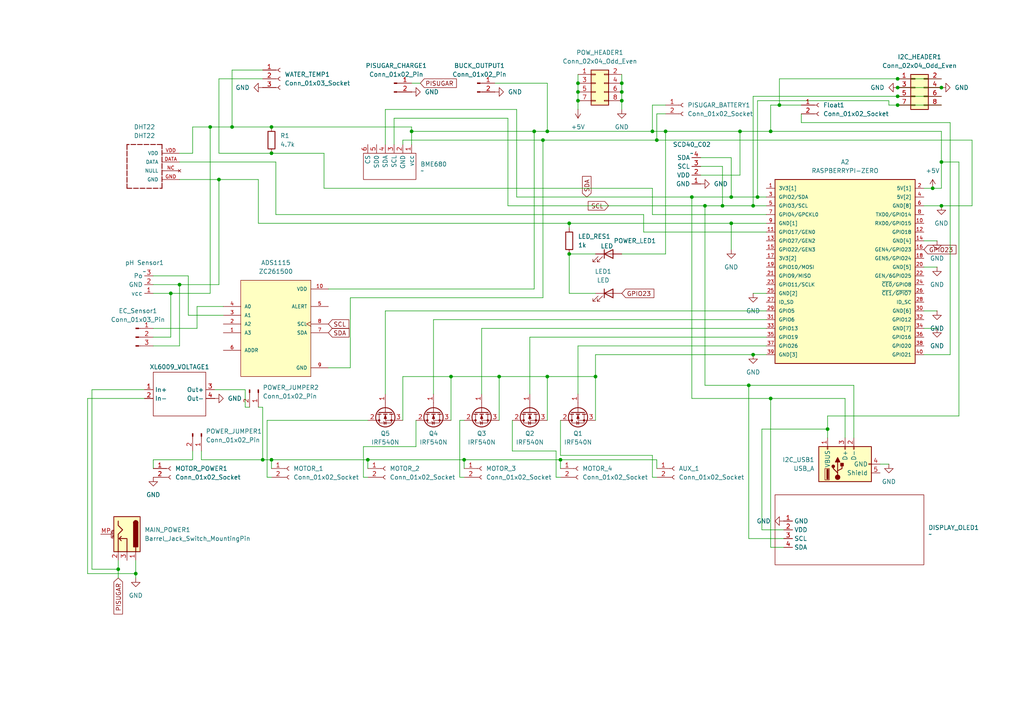
<source format=kicad_sch>
(kicad_sch (version 20250114) (generator "eeschema") (generator_version "9.0")
  (paper "A4")
  (title_block (title "Hydroponics Board") (date "2025-02-09") (rev "v01") (company "Smith's Hill High School") (comment 4 "Author: Aidan Pawson"))
  (lib_symbols
    (symbol "Connector:Barrel_Jack_Switch_MountingPin" (pin_names (hide yes))
      (property "Reference" "J" (at 0 5.334 0))
      (property "Value" "Barrel_Jack_Switch_MountingPin" (at 1.27 -6.35 0))
      (symbol "Barrel_Jack_Switch_MountingPin_1_1"
        (text "Mounting" (at 0 -4.191 0) (effects (font (size 0.381 0.381))))
        (pin passive line (at 0 -7.62 90) (length 3.048) (name "MountPin") (number "MP"))
        (pin passive line (at 7.62 2.54 180) (length 2.54) (name "~") (number "1"))
        (pin passive line (at 7.62 0 180) (length 2.54) (name "~") (number "3"))
        (pin passive line (at 7.62 -2.54 180) (length 2.54) (name "~") (number "2"))
      )
    )
    (symbol "Connector:Conn_01x02_Pin" (pin_names (offset 1.016) (hide yes))
      (property "Reference" "J" (at 0 2.54 0))
      (property "Value" "Conn_01x02_Pin" (at 0 -5.08 0))
      (symbol "Conn_01x02_Pin_1_1"
        (pin passive line (at 5.08 0 180) (length 3.81) (name "Pin_1") (number "1"))
        (pin passive line (at 5.08 -2.54 180) (length 3.81) (name "Pin_2") (number "2"))
      )
    )
    (symbol "Connector:Conn_01x02_Socket" (pin_names (offset 1.016) (hide yes))
      (property "Reference" "J" (at 0 2.54 0))
      (property "Value" "Conn_01x02_Socket" (at 0 -5.08 0))
      (symbol "Conn_01x02_Socket_1_1"
        (pin passive line (at -5.08 0 0) (length 3.81) (name "Pin_1") (number "1"))
        (pin passive line (at -5.08 -2.54 0) (length 3.81) (name "Pin_2") (number "2"))
      )
    )
    (symbol "Connector:Conn_01x03_Pin" (pin_names (offset 1.016) (hide yes))
      (property "Reference" "J" (at 0 5.08 0))
      (property "Value" "Conn_01x03_Pin" (at 0 -5.08 0))
      (symbol "Conn_01x03_Pin_1_1"
        (pin passive line (at 5.08 2.54 180) (length 3.81) (name "Pin_1") (number "1"))
        (pin passive line (at 5.08 0 180) (length 3.81) (name "Pin_2") (number "2"))
        (pin passive line (at 5.08 -2.54 180) (length 3.81) (name "Pin_3") (number "3"))
      )
    )
    (symbol "Connector:Conn_01x03_Socket" (pin_names (offset 1.016) (hide yes))
      (property "Reference" "J" (at 0 5.08 0))
      (property "Value" "Conn_01x03_Socket" (at 0 -5.08 0))
      (symbol "Conn_01x03_Socket_1_1"
        (pin passive line (at -5.08 2.54 0) (length 3.81) (name "Pin_1") (number "1"))
        (pin passive line (at -5.08 0 0) (length 3.81) (name "Pin_2") (number "2"))
        (pin passive line (at -5.08 -2.54 0) (length 3.81) (name "Pin_3") (number "3"))
      )
    )
    (symbol "Connector:USB_A" (pin_names (offset 1.016))
      (property "Reference" "J" (at -5.08 11.43 0))
      (property "Value" "USB_A" (at -5.08 8.89 0))
      (symbol "USB_A_1_1"
        (pin passive line (at -2.54 -10.16 90) (length 2.54) (name "Shield") (number "5"))
        (pin power_in line (at 0 -10.16 90) (length 2.54) (name "GND") (number "4"))
        (pin power_in line (at 7.62 5.08 180) (length 2.54) (name "VBUS") (number "1"))
        (pin bidirectional line (at 7.62 0 180) (length 2.54) (name "D+") (number "3"))
        (pin bidirectional line (at 7.62 -2.54 180) (length 2.54) (name "D-") (number "2"))
      )
    )
    (symbol "Connector_Generic:Conn_02x04_Odd_Even" (pin_names (offset 1.016) (hide yes))
      (property "Reference" "J" (at 1.27 5.08 0))
      (property "Value" "Conn_02x04_Odd_Even" (at 1.27 -7.62 0))
      (symbol "Conn_02x04_Odd_Even_1_1"
        (pin passive line (at -5.08 2.54 0) (length 3.81) (name "Pin_1") (number "1"))
        (pin passive line (at -5.08 0 0) (length 3.81) (name "Pin_3") (number "3"))
        (pin passive line (at -5.08 -2.54 0) (length 3.81) (name "Pin_5") (number "5"))
        (pin passive line (at -5.08 -5.08 0) (length 3.81) (name "Pin_7") (number "7"))
        (pin passive line (at 7.62 2.54 180) (length 3.81) (name "Pin_2") (number "2"))
        (pin passive line (at 7.62 0 180) (length 3.81) (name "Pin_4") (number "4"))
        (pin passive line (at 7.62 -2.54 180) (length 3.81) (name "Pin_6") (number "6"))
        (pin passive line (at 7.62 -5.08 180) (length 3.81) (name "Pin_8") (number "8"))
      )
    )
    (symbol "DHT22:DHT22" (pin_names (offset 1.016))
      (property "Reference" "U" (at 0 0 0))
      (property "Value" "DHT22" (at 0 0 0))
      (symbol "DHT22_0_0"
        (pin power_in line (at 15.24 10.16 180) (length 5.08) (name "VDD") (number "VDD"))
        (pin output line (at 15.24 7.62 180) (length 5.08) (name "DATA") (number "DATA"))
        (pin no_connect line (at 15.24 5.08 180) (length 5.08) (name "NULL") (number "NC"))
        (pin power_in line (at 15.24 2.54 180) (length 5.08) (name "GND") (number "GND"))
      )
    )
    (symbol "Device:LED" (pin_numbers (hide yes)) (pin_names (offset 1.016) (hide yes))
      (property "Reference" "D" (at 0 2.54 0))
      (property "Value" "LED" (at 0 -2.54 0))
      (symbol "LED_1_1"
        (pin passive line (at -3.81 0 0) (length 2.54) (name "K") (number "1"))
        (pin passive line (at 3.81 0 180) (length 2.54) (name "A") (number "2"))
      )
    )
    (symbol "Device:R" (pin_numbers (hide yes)) (pin_names (offset 0))
      (property "Reference" "R" (at 2.032 0 90))
      (property "Value" "R" (at 0 0 90))
      (symbol "R_1_1"
        (pin passive line (at 0 3.81 270) (length 1.27) (name "~") (number "1"))
        (pin passive line (at 0 -3.81 90) (length 1.27) (name "~") (number "2"))
      )
    )
    (symbol "New_Library:SCD40"
      (property "Reference" "U" (at 0 0 0))
      (symbol "SCD40_1_1"
        (pin input line (at 0 -3.81 0) (length 2.54) (name "GND") (number "1"))
        (pin input line (at 0 -6.35 0) (length 2.54) (name "VDD") (number "2"))
        (pin input line (at 0 -8.89 0) (length 2.54) (name "SCL") (number "3"))
        (pin input line (at 0 -11.43 0) (length 2.54) (name "SDA") (number "4"))
      )
    )
    (symbol "New_Library:SSD1309_OLED"
      (property "Reference" "U" (at 0 0 0))
      (symbol "SSD1309_OLED_1_1"
        (pin input line (at 0 -2.54 0) (length 2.54) (name "GND") (number "1"))
        (pin input line (at 0 -5.08 0) (length 2.54) (name "VDD") (number "2"))
        (pin input line (at 0 -7.62 0) (length 2.54) (name "SCL") (number "3"))
        (pin input line (at 0 -10.16 0) (length 2.54) (name "SDA") (number "4"))
      )
    )
    (symbol "New_Library:XL6009_VOLTAGE"
      (property "Reference" "U" (at 0 0 0))
      (symbol "XL6009_VOLTAGE_1_1"
        (pin input line (at 0 -2.54 0) (length 2.54) (name "In+") (number "1"))
        (pin input line (at 0 -5.08 0) (length 2.54) (name "In-") (number "2"))
        (pin output line (at 20.32 -2.54 180) (length 2.54) (name "Out+") (number "3"))
        (pin input line (at 20.32 -5.08 180) (length 2.54) (name "Out-") (number "4"))
      )
    )
    (symbol "New_Library:pH_Sensor"
      (property "Reference" "U" (at 0 0 0))
      (symbol "pH_Sensor_1_1"
        (pin input line (at 0 -2.54 0) (length 2.54) (name "vcc") (number "1"))
        (pin input line (at 0 -5.08 0) (length 2.54) (name "GND") (number "2"))
        (pin input line (at 0 -7.62 0) (length 2.54) (name "Po") (number "3"))
      )
    )
    (symbol "RASPBERRYPI-ZERO:RASPBERRYPI-ZERO" (pin_names (offset 1.016))
      (property "Reference" "A" (at -20.34 26.6962 0))
      (property "Value" "RASPBERRYPI-ZERO" (at -20.3391 -30.5087 0))
      (symbol "RASPBERRYPI-ZERO_0_0"
        (pin power_in line (at -22.86 22.86 0) (length 2.54) (name "3V3[1]") (number "1"))
        (pin bidirectional line (at -22.86 20.32 0) (length 2.54) (name "GPIO2/SDA") (number "3"))
        (pin bidirectional line (at -22.86 17.78 0) (length 2.54) (name "GPIO3/SCL") (number "5"))
        (pin bidirectional line (at -22.86 15.24 0) (length 2.54) (name "GPIO4/GPCKL0") (number "7"))
        (pin power_in line (at -22.86 12.7 0) (length 2.54) (name "GND[1]") (number "9"))
        (pin bidirectional line (at -22.86 10.16 0) (length 2.54) (name "GPIO17/GEN0") (number "11"))
        (pin bidirectional line (at -22.86 7.62 0) (length 2.54) (name "GPIO27/GEN2") (number "13"))
        (pin bidirectional line (at -22.86 5.08 0) (length 2.54) (name "GPIO22/GEN3") (number "15"))
        (pin power_in line (at -22.86 2.54 0) (length 2.54) (name "3V3[2]") (number "17"))
        (pin bidirectional line (at -22.86 0 0) (length 2.54) (name "GPIO10/MOSI") (number "19"))
        (pin bidirectional line (at -22.86 -2.54 0) (length 2.54) (name "GPIO9/MISO") (number "21"))
        (pin bidirectional line (at -22.86 -5.08 0) (length 2.54) (name "GPIO11/SCLK") (number "23"))
        (pin power_in line (at -22.86 -7.62 0) (length 2.54) (name "GND[2]") (number "25"))
        (pin bidirectional line (at -22.86 -10.16 0) (length 2.54) (name "ID_SD") (number "27"))
        (pin bidirectional line (at -22.86 -12.7 0) (length 2.54) (name "GPIO5") (number "29"))
        (pin bidirectional line (at -22.86 -15.24 0) (length 2.54) (name "GPIO6") (number "31"))
        (pin bidirectional line (at -22.86 -17.78 0) (length 2.54) (name "GPIO13") (number "33"))
        (pin bidirectional line (at -22.86 -20.32 0) (length 2.54) (name "GPIO19") (number "35"))
        (pin bidirectional line (at -22.86 -22.86 0) (length 2.54) (name "GPIO26") (number "37"))
        (pin power_in line (at -22.86 -25.4 0) (length 2.54) (name "GND[3]") (number "39"))
        (pin power_in line (at 22.86 22.86 180) (length 2.54) (name "5V[1]") (number "2"))
        (pin power_in line (at 22.86 20.32 180) (length 2.54) (name "5V[2]") (number "4"))
        (pin power_in line (at 22.86 17.78 180) (length 2.54) (name "GND[8]") (number "6"))
        (pin bidirectional line (at 22.86 15.24 180) (length 2.54) (name "TXD0/GPIO14") (number "8"))
        (pin bidirectional line (at 22.86 12.7 180) (length 2.54) (name "RXD0/GPIO15") (number "10"))
        (pin bidirectional line (at 22.86 10.16 180) (length 2.54) (name "GPIO18") (number "12"))
        (pin power_in line (at 22.86 7.62 180) (length 2.54) (name "GND[4]") (number "14"))
        (pin bidirectional line (at 22.86 5.08 180) (length 2.54) (name "GEN4/GPIO23") (number "16"))
        (pin bidirectional line (at 22.86 2.54 180) (length 2.54) (name "GEN5/GPIO24") (number "18"))
        (pin power_in line (at 22.86 0 180) (length 2.54) (name "GND[5]") (number "20"))
        (pin bidirectional line (at 22.86 -2.54 180) (length 2.54) (name "GEN/6GPIO25") (number "22"))
        (pin bidirectional line (at 22.86 -5.08 180) (length 2.54) (name "~{CE0}/GPIO8") (number "24"))
        (pin bidirectional line (at 22.86 -7.62 180) (length 2.54) (name "~{CE1}/~{GPIO7}") (number "26"))
        (pin bidirectional line (at 22.86 -10.16 180) (length 2.54) (name "ID_SC") (number "28"))
        (pin power_in line (at 22.86 -12.7 180) (length 2.54) (name "GND[6]") (number "30"))
        (pin bidirectional line (at 22.86 -15.24 180) (length 2.54) (name "GPIO12") (number "32"))
        (pin power_in line (at 22.86 -17.78 180) (length 2.54) (name "GND[7]") (number "34"))
        (pin bidirectional line (at 22.86 -20.32 180) (length 2.54) (name "GPIO16") (number "36"))
        (pin bidirectional line (at 22.86 -22.86 180) (length 2.54) (name "GPIO20") (number "38"))
        (pin bidirectional line (at 22.86 -25.4 180) (length 2.54) (name "GPIO21") (number "40"))
      )
    )
    (symbol "Transistor_FET:IRF540N" (pin_names (hide yes))
      (property "Reference" "Q" (at 5.08 1.905 0))
      (property "Value" "IRF540N" (at 5.08 0 0))
      (symbol "IRF540N_1_1"
        (pin input line (at -5.08 0 0) (length 2.54) (name "G") (number "1"))
        (pin passive line (at 2.54 5.08 270) (length 2.54) (name "D") (number "2"))
        (pin passive line (at 2.54 -5.08 90) (length 2.54) (name "S") (number "3"))
      )
    )
    (symbol "ZC261500:ZC261500" (pin_names (offset 1.016))
      (property "Reference" "U" (at -10.16 16.002 0))
      (property "Value" "ZC261500" (at -10.16 -15.24 0))
      (symbol "ZC261500_0_0"
        (pin input line (at -15.24 7.62 0) (length 5.08) (name "A0") (number "4"))
        (pin input line (at -15.24 5.08 0) (length 5.08) (name "A1") (number "3"))
        (pin input line (at -15.24 2.54 0) (length 5.08) (name "A2") (number "2"))
        (pin input line (at -15.24 0 0) (length 5.08) (name "A3") (number "1"))
        (pin input line (at -15.24 -5.08 0) (length 5.08) (name "ADDR") (number "6"))
        (pin power_in line (at 15.24 12.7 180) (length 5.08) (name "VDD") (number "10"))
        (pin bidirectional line (at 15.24 7.62 180) (length 5.08) (name "ALERT") (number "5"))
        (pin input clock (at 15.24 2.54 180) (length 5.08) (name "SCL") (number "8"))
        (pin bidirectional line (at 15.24 0 180) (length 5.08) (name "SDA") (number "7"))
        (pin power_in line (at 15.24 -10.16 180) (length 5.08) (name "GND") (number "9"))
      )
    )
    (symbol "hydroponics_symbols:BME680"
      (property "Reference" "U" (at 0 0 0))
      (symbol "BME680_1_1"
        (pin input line (at 0 -2.54 0) (length 2.54) (name "vcc") (number "1"))
        (pin input line (at 0 -5.08 0) (length 2.54) (name "GND") (number "2"))
        (pin input line (at 0 -7.62 0) (length 2.54) (name "SCL") (number "3"))
        (pin input line (at 0 -10.16 0) (length 2.54) (name "SDA") (number "4"))
        (pin input line (at 0 -12.7 0) (length 2.54) (name "SD0") (number "5"))
        (pin input line (at 0 -15.24 0) (length 2.54) (name "CS") (number "6"))
      )
    )
    (symbol "power:+5V" (power) (pin_numbers (hide yes)) (pin_names (offset 0) (hide yes))
      (property "Value" "+5V" (at 0 3.556 0))
      (symbol "+5V_1_1"
        (pin power_in line (at 0 0 90) (length 0) (name "~") (number "1"))
      )
    )
    (symbol "power:GND" (power) (pin_numbers (hide yes)) (pin_names (offset 0) (hide yes))
      (property "Value" "GND" (at 0 -3.81 0))
      (symbol "GND_1_1"
        (pin power_in line (at 0 0 270) (length 0) (name "~") (number "1"))
      )
    )
  )
  (junction (at 162.56 133.35))
  (junction (at 273.05 59.69))
  (junction (at 212.09 57.15))
  (junction (at 78.74 44.45))
  (junction (at 180.34 26.67))
  (junction (at 260.35 25.4))
  (junction (at 78.74 36.83))
  (junction (at 63.5 52.07))
  (junction (at 158.75 109.22))
  (junction (at 218.44 59.69))
  (junction (at 270.51 54.61))
  (junction (at 209.55 59.69))
  (junction (at 273.05 25.4))
  (junction (at 260.35 30.48))
  (junction (at 223.52 115.57))
  (junction (at 167.64 24.13))
  (junction (at 67.31 36.83))
  (junction (at 167.64 26.67))
  (junction (at 130.81 109.22))
  (junction (at 167.64 29.21))
  (junction (at 189.23 38.1))
  (junction (at 226.06 30.48))
  (junction (at 165.1 64.77))
  (junction (at 60.96 36.83))
  (junction (at 180.34 24.13))
  (junction (at 144.78 109.22))
  (junction (at 273.05 46.99))
  (junction (at 193.04 38.1))
  (junction (at 134.62 133.35))
  (junction (at 52.07 82.55))
  (junction (at 212.09 64.77))
  (junction (at 172.72 109.22))
  (junction (at 76.2 133.35))
  (junction (at 214.63 38.1))
  (junction (at 260.35 22.86))
  (junction (at 240.03 124.46))
  (junction (at 49.53 85.09))
  (junction (at 217.17 111.76))
  (junction (at 204.47 59.69))
  (junction (at 219.71 57.15))
  (junction (at 200.66 57.15))
  (junction (at 158.75 38.1))
  (junction (at 119.38 38.1))
  (junction (at 78.74 133.35))
  (junction (at 165.1 73.66))
  (junction (at 106.68 133.35))
  (junction (at 218.44 102.87))
  (junction (at 180.34 29.21))
  (junction (at 190.5 40.64))
  (junction (at 34.29 165.1))
  (junction (at 260.35 27.94))
  (junction (at 223.52 38.1))
  (junction (at 39.37 166.37))
  (junction (at 157.48 40.64))
  (junction (at 154.94 38.1))
  (wire (pts (xy 144.78 109.22) (xy 144.78 121.92)))
  (wire (pts (xy 162.56 138.43) (xy 161.29 138.43)))
  (wire (pts (xy 217.17 111.76) (xy 204.47 111.76)))
  (wire (pts (xy 189.23 62.23) (xy 222.25 62.23)))
  (wire (pts (xy 63.5 52.07) (xy 74.93 52.07)))
  (wire (pts (xy 77.47 121.92) (xy 106.68 121.92)))
  (wire (pts (xy 54.61 91.44) (xy 64.77 91.44)))
  (wire (pts (xy 49.53 85.09) (xy 60.96 85.09)))
  (wire (pts (xy 44.45 80.01) (xy 54.61 80.01)))
  (wire (pts (xy 247.65 127) (xy 247.65 111.76)))
  (wire (pts (xy 149.86 57.15) (xy 200.66 57.15)))
  (wire (pts (xy 223.52 115.57) (xy 200.66 115.57)))
  (wire (pts (xy 55.88 133.35) (xy 55.88 130.81)))
  (wire (pts (xy 157.48 86.36) (xy 157.48 40.64)))
  (wire (pts (xy 218.44 59.69) (xy 222.25 59.69)))
  (wire (pts (xy 101.6 86.36) (xy 157.48 86.36)))
  (wire (pts (xy 203.2 48.26) (xy 209.55 48.26)))
  (wire (pts (xy 55.88 36.83) (xy 60.96 36.83)))
  (wire (pts (xy 54.61 80.01) (xy 54.61 91.44)))
  (wire (pts (xy 190.5 138.43) (xy 189.23 138.43)))
  (wire (pts (xy 77.47 138.43) (xy 77.47 121.92)))
  (wire (pts (xy 257.81 29.21) (xy 257.81 30.48)))
  (wire (pts (xy 212.09 64.77) (xy 222.25 64.77)))
  (wire (pts (xy 154.94 38.1) (xy 158.75 38.1)))
  (wire (pts (xy 260.35 25.4) (xy 273.05 25.4)))
  (wire (pts (xy 165.1 64.77) (xy 165.1 66.04)))
  (wire (pts (xy 193.04 33.02) (xy 190.5 33.02)))
  (wire (pts (xy 275.59 102.87) (xy 267.97 102.87)))
  (wire (pts (xy 139.7 114.3) (xy 139.7 95.25)))
  (wire (pts (xy 226.06 30.48) (xy 223.52 30.48)))
  (wire (pts (xy 189.23 132.08) (xy 162.56 132.08)))
  (wire (pts (xy 161.29 138.43) (xy 161.29 130.81)))
  (wire (pts (xy 57.15 95.25) (xy 57.15 88.9)))
  (wire (pts (xy 260.35 27.94) (xy 273.05 27.94)))
  (wire (pts (xy 52.07 52.07) (xy 63.5 52.07)))
  (wire (pts (xy 172.72 73.66) (xy 165.1 73.66)))
  (wire (pts (xy 67.31 20.32) (xy 67.31 36.83)))
  (wire (pts (xy 78.74 138.43) (xy 77.47 138.43)))
  (wire (pts (xy 71.12 113.03) (xy 71.12 118.11)))
  (wire (pts (xy 267.97 54.61) (xy 270.51 54.61)))
  (wire (pts (xy 125.73 92.71) (xy 222.25 92.71)))
  (wire (pts (xy 130.81 109.22) (xy 144.78 109.22)))
  (wire (pts (xy 165.1 64.77) (xy 212.09 64.77)))
  (wire (pts (xy 260.35 30.48) (xy 273.05 30.48)))
  (wire (pts (xy 260.35 22.86) (xy 226.06 22.86)))
  (wire (pts (xy 220.98 153.67) (xy 220.98 124.46)))
  (wire (pts (xy 204.47 59.69) (xy 209.55 59.69)))
  (wire (pts (xy 267.97 69.85) (xy 271.78 69.85)))
  (wire (pts (xy 39.37 167.64) (xy 39.37 166.37)))
  (wire (pts (xy 71.12 118.11) (xy 72.39 118.11)))
  (wire (pts (xy 52.07 100.33) (xy 52.07 82.55)))
  (wire (pts (xy 186.69 67.31) (xy 222.25 67.31)))
  (wire (pts (xy 190.5 33.02) (xy 190.5 40.64)))
  (wire (pts (xy 106.68 138.43) (xy 105.41 138.43)))
  (wire (pts (xy 281.94 59.69) (xy 273.05 59.69)))
  (wire (pts (xy 49.53 85.09) (xy 49.53 97.79)))
  (wire (pts (xy 119.38 36.83) (xy 119.38 38.1)))
  (wire (pts (xy 273.05 46.99) (xy 273.05 38.1)))
  (wire (pts (xy 267.97 95.25) (xy 271.78 95.25)))
  (wire (pts (xy 203.2 50.8) (xy 214.63 50.8)))
  (wire (pts (xy 180.34 26.67) (xy 180.34 29.21)))
  (wire (pts (xy 120.65 129.54) (xy 120.65 121.92)))
  (wire (pts (xy 44.45 100.33) (xy 52.07 100.33)))
  (wire (pts (xy 214.63 50.8) (xy 214.63 38.1)))
  (wire (pts (xy 76.2 118.11) (xy 76.2 133.35)))
  (wire (pts (xy 162.56 133.35) (xy 190.5 133.35)))
  (wire (pts (xy 44.45 82.55) (xy 52.07 82.55)))
  (wire (pts (xy 167.64 100.33) (xy 222.25 100.33)))
  (wire (pts (xy 270.51 54.61) (xy 273.05 54.61)))
  (wire (pts (xy 74.93 52.07) (xy 74.93 64.77)))
  (wire (pts (xy 220.98 124.46) (xy 240.03 124.46)))
  (wire (pts (xy 26.67 165.1) (xy 26.67 113.03)))
  (wire (pts (xy 281.94 40.64) (xy 281.94 59.69)))
  (wire (pts (xy 200.66 115.57) (xy 200.66 57.15)))
  (wire (pts (xy 212.09 57.15) (xy 200.66 57.15)))
  (wire (pts (xy 144.78 109.22) (xy 158.75 109.22)))
  (wire (pts (xy 44.45 135.89) (xy 44.45 133.35)))
  (wire (pts (xy 255.27 134.62) (xy 257.81 134.62)))
  (wire (pts (xy 162.56 133.35) (xy 162.56 135.89)))
  (wire (pts (xy 158.75 38.1) (xy 189.23 38.1)))
  (wire (pts (xy 116.84 109.22) (xy 130.81 109.22)))
  (wire (pts (xy 39.37 166.37) (xy 25.4 166.37)))
  (wire (pts (xy 167.64 24.13) (xy 167.64 26.67)))
  (wire (pts (xy 147.32 34.29) (xy 147.32 59.69)))
  (wire (pts (xy 158.75 24.13) (xy 158.75 38.1)))
  (wire (pts (xy 26.67 113.03) (xy 41.91 113.03)))
  (wire (pts (xy 240.03 120.65) (xy 278.13 120.65)))
  (wire (pts (xy 219.71 57.15) (xy 219.71 29.21)))
  (wire (pts (xy 52.07 82.55) (xy 63.5 82.55)))
  (wire (pts (xy 60.96 36.83) (xy 67.31 36.83)))
  (wire (pts (xy 193.04 38.1) (xy 214.63 38.1)))
  (wire (pts (xy 223.52 158.75) (xy 223.52 115.57)))
  (wire (pts (xy 232.41 30.48) (xy 226.06 30.48)))
  (wire (pts (xy 34.29 165.1) (xy 26.67 165.1)))
  (wire (pts (xy 25.4 166.37) (xy 25.4 115.57)))
  (wire (pts (xy 232.41 33.02) (xy 232.41 35.56)))
  (wire (pts (xy 267.97 77.47) (xy 271.78 77.47)))
  (wire (pts (xy 154.94 83.82) (xy 154.94 38.1)))
  (wire (pts (xy 218.44 85.09) (xy 222.25 85.09)))
  (wire (pts (xy 158.75 109.22) (xy 172.72 109.22)))
  (wire (pts (xy 76.2 133.35) (xy 78.74 133.35)))
  (wire (pts (xy 223.52 38.1) (xy 273.05 38.1)))
  (wire (pts (xy 119.38 38.1) (xy 154.94 38.1)))
  (wire (pts (xy 130.81 109.22) (xy 130.81 121.92)))
  (wire (pts (xy 189.23 30.48) (xy 189.23 38.1)))
  (wire (pts (xy 93.98 54.61) (xy 189.23 54.61)))
  (wire (pts (xy 214.63 38.1) (xy 223.52 38.1)))
  (wire (pts (xy 134.62 133.35) (xy 162.56 133.35)))
  (wire (pts (xy 227.33 156.21) (xy 217.17 156.21)))
  (wire (pts (xy 55.88 36.83) (xy 55.88 44.45)))
  (wire (pts (xy 143.51 24.13) (xy 158.75 24.13)))
  (wire (pts (xy 278.13 120.65) (xy 278.13 46.99)))
  (wire (pts (xy 219.71 57.15) (xy 212.09 57.15)))
  (wire (pts (xy 74.93 64.77) (xy 165.1 64.77)))
  (wire (pts (xy 78.74 133.35) (xy 106.68 133.35)))
  (wire (pts (xy 245.11 115.57) (xy 223.52 115.57)))
  (wire (pts (xy 165.1 85.09) (xy 165.1 73.66)))
  (wire (pts (xy 227.33 158.75) (xy 223.52 158.75)))
  (wire (pts (xy 74.93 118.11) (xy 76.2 118.11)))
  (wire (pts (xy 257.81 30.48) (xy 260.35 30.48)))
  (wire (pts (xy 193.04 30.48) (xy 189.23 30.48)))
  (wire (pts (xy 106.68 133.35) (xy 134.62 133.35)))
  (wire (pts (xy 134.62 133.35) (xy 134.62 135.89)))
  (wire (pts (xy 116.84 121.92) (xy 116.84 109.22)))
  (wire (pts (xy 172.72 102.87) (xy 218.44 102.87)))
  (wire (pts (xy 139.7 95.25) (xy 222.25 95.25)))
  (wire (pts (xy 227.33 153.67) (xy 220.98 153.67)))
  (wire (pts (xy 271.78 90.17) (xy 267.97 90.17)))
  (wire (pts (xy 180.34 73.66) (xy 193.04 73.66)))
  (wire (pts (xy 190.5 133.35) (xy 190.5 135.89)))
  (wire (pts (xy 186.69 62.23) (xy 186.69 67.31)))
  (wire (pts (xy 167.64 21.59) (xy 167.64 24.13)))
  (wire (pts (xy 204.47 111.76) (xy 204.47 59.69)))
  (wire (pts (xy 232.41 35.56) (xy 275.59 35.56)))
  (wire (pts (xy 62.23 113.03) (xy 71.12 113.03)))
  (wire (pts (xy 63.5 44.45) (xy 78.74 44.45)))
  (wire (pts (xy 153.67 97.79) (xy 222.25 97.79)))
  (wire (pts (xy 78.74 36.83) (xy 119.38 36.83)))
  (wire (pts (xy 147.32 34.29) (xy 114.3 34.29)))
  (wire (pts (xy 25.4 115.57) (xy 41.91 115.57)))
  (wire (pts (xy 218.44 27.94) (xy 218.44 59.69)))
  (wire (pts (xy 95.25 83.82) (xy 154.94 83.82)))
  (wire (pts (xy 55.88 44.45) (xy 52.07 44.45)))
  (wire (pts (xy 209.55 59.69) (xy 218.44 59.69)))
  (wire (pts (xy 222.25 57.15) (xy 219.71 57.15)))
  (wire (pts (xy 157.48 40.64) (xy 190.5 40.64)))
  (wire (pts (xy 105.41 129.54) (xy 120.65 129.54)))
  (wire (pts (xy 189.23 138.43) (xy 189.23 132.08)))
  (wire (pts (xy 133.35 138.43) (xy 133.35 121.92)))
  (wire (pts (xy 111.76 90.17) (xy 222.25 90.17)))
  (wire (pts (xy 76.2 20.32) (xy 67.31 20.32)))
  (wire (pts (xy 95.25 106.68) (xy 101.6 106.68)))
  (wire (pts (xy 111.76 31.75) (xy 111.76 41.91)))
  (wire (pts (xy 172.72 109.22) (xy 172.72 102.87)))
  (wire (pts (xy 119.38 24.13) (xy 121.92 24.13)))
  (wire (pts (xy 101.6 106.68) (xy 101.6 86.36)))
  (wire (pts (xy 80.01 46.99) (xy 80.01 62.23)))
  (wire (pts (xy 247.65 111.76) (xy 217.17 111.76)))
  (wire (pts (xy 278.13 46.99) (xy 273.05 46.99)))
  (wire (pts (xy 167.64 114.3) (xy 167.64 100.33)))
  (wire (pts (xy 212.09 45.72) (xy 212.09 57.15)))
  (wire (pts (xy 63.5 22.86) (xy 63.5 44.45)))
  (wire (pts (xy 119.38 38.1) (xy 119.38 41.91)))
  (wire (pts (xy 106.68 133.35) (xy 106.68 135.89)))
  (wire (pts (xy 44.45 133.35) (xy 55.88 133.35)))
  (wire (pts (xy 189.23 54.61) (xy 189.23 62.23)))
  (wire (pts (xy 78.74 135.89) (xy 78.74 133.35)))
  (wire (pts (xy 34.29 165.1) (xy 34.29 167.64)))
  (wire (pts (xy 161.29 130.81) (xy 148.59 130.81)))
  (wire (pts (xy 80.01 62.23) (xy 186.69 62.23)))
  (wire (pts (xy 147.32 59.69) (xy 204.47 59.69)))
  (wire (pts (xy 125.73 114.3) (xy 125.73 92.71)))
  (wire (pts (xy 240.03 124.46) (xy 240.03 120.65)))
  (wire (pts (xy 172.72 85.09) (xy 165.1 85.09)))
  (wire (pts (xy 58.42 130.81) (xy 58.42 133.35)))
  (wire (pts (xy 133.35 121.92) (xy 134.62 121.92)))
  (wire (pts (xy 193.04 73.66) (xy 193.04 38.1)))
  (wire (pts (xy 219.71 29.21) (xy 257.81 29.21)))
  (wire (pts (xy 76.2 22.86) (xy 63.5 22.86)))
  (wire (pts (xy 167.64 26.67) (xy 167.64 29.21)))
  (wire (pts (xy 245.11 127) (xy 245.11 115.57)))
  (wire (pts (xy 273.05 59.69) (xy 267.97 59.69)))
  (wire (pts (xy 167.64 29.21) (xy 167.64 31.75)))
  (wire (pts (xy 58.42 133.35) (xy 76.2 133.35)))
  (wire (pts (xy 116.84 41.91) (xy 116.84 40.64)))
  (wire (pts (xy 49.53 97.79) (xy 44.45 97.79)))
  (wire (pts (xy 180.34 21.59) (xy 180.34 24.13)))
  (wire (pts (xy 180.34 24.13) (xy 180.34 26.67)))
  (wire (pts (xy 52.07 46.99) (xy 80.01 46.99)))
  (wire (pts (xy 226.06 22.86) (xy 226.06 30.48)))
  (wire (pts (xy 116.84 40.64) (xy 157.48 40.64)))
  (wire (pts (xy 209.55 48.26) (xy 209.55 59.69)))
  (wire (pts (xy 105.41 138.43) (xy 105.41 129.54)))
  (wire (pts (xy 63.5 82.55) (xy 63.5 52.07)))
  (wire (pts (xy 190.5 40.64) (xy 281.94 40.64)))
  (wire (pts (xy 57.15 88.9) (xy 64.77 88.9)))
  (wire (pts (xy 149.86 31.75) (xy 111.76 31.75)))
  (wire (pts (xy 240.03 127) (xy 240.03 124.46)))
  (wire (pts (xy 149.86 57.15) (xy 149.86 31.75)))
  (wire (pts (xy 212.09 72.39) (xy 212.09 64.77)))
  (wire (pts (xy 203.2 45.72) (xy 212.09 45.72)))
  (wire (pts (xy 78.74 44.45) (xy 93.98 44.45)))
  (wire (pts (xy 189.23 38.1) (xy 193.04 38.1)))
  (wire (pts (xy 34.29 162.56) (xy 34.29 165.1)))
  (wire (pts (xy 153.67 114.3) (xy 153.67 97.79)))
  (wire (pts (xy 60.96 85.09) (xy 60.96 36.83)))
  (wire (pts (xy 111.76 114.3) (xy 111.76 90.17)))
  (wire (pts (xy 67.31 36.83) (xy 78.74 36.83)))
  (wire (pts (xy 275.59 35.56) (xy 275.59 102.87)))
  (wire (pts (xy 114.3 34.29) (xy 114.3 41.91)))
  (wire (pts (xy 158.75 109.22) (xy 158.75 121.92)))
  (wire (pts (xy 172.72 109.22) (xy 172.72 121.92)))
  (wire (pts (xy 44.45 95.25) (xy 57.15 95.25)))
  (wire (pts (xy 39.37 166.37) (xy 39.37 162.56)))
  (wire (pts (xy 180.34 29.21) (xy 180.34 31.75)))
  (wire (pts (xy 223.52 30.48) (xy 223.52 38.1)))
  (wire (pts (xy 273.05 54.61) (xy 273.05 46.99)))
  (wire (pts (xy 260.35 27.94) (xy 218.44 27.94)))
  (wire (pts (xy 93.98 44.45) (xy 93.98 54.61)))
  (wire (pts (xy 217.17 156.21) (xy 217.17 111.76)))
  (wire (pts (xy 260.35 22.86) (xy 273.05 22.86)))
  (wire (pts (xy 162.56 132.08) (xy 162.56 121.92)))
  (wire (pts (xy 134.62 138.43) (xy 133.35 138.43)))
  (wire (pts (xy 218.44 102.87) (xy 222.25 102.87)))
  (wire (pts (xy 148.59 121.92) (xy 148.59 130.81)))
  (wire (pts (xy 44.45 85.09) (xy 49.53 85.09)))
  (global_label "PISUGAR" (shape input) (at 121.92 24.13 0) (property "Intersheetrefs" "${INTERSHEET_REFS}" (effects (hide yes))))
  (global_label "GPIO23" (shape input) (at 267.97 72.39 0) (property "Intersheetrefs" "${INTERSHEET_REFS}" (effects (hide yes))))
  (global_label "SCL" (shape input) (at 176.53 59.69 180) (property "Intersheetrefs" "${INTERSHEET_REFS}" (effects (hide yes))))
  (global_label "GPIO23" (shape input) (at 180.34 85.09 0) (property "Intersheetrefs" "${INTERSHEET_REFS}" (effects (hide yes))))
  (global_label "PISUGAR" (shape input) (at 34.29 167.64 270) (property "Intersheetrefs" "${INTERSHEET_REFS}" (effects (hide yes))))
  (global_label "SDA" (shape input) (at 95.25 96.52 0) (property "Intersheetrefs" "${INTERSHEET_REFS}" (effects (hide yes))))
  (global_label "SCL" (shape input) (at 95.25 93.98 0) (property "Intersheetrefs" "${INTERSHEET_REFS}" (effects (hide yes))))
  (global_label "SDA" (shape input) (at 170.18 57.15 90) (property "Intersheetrefs" "${INTERSHEET_REFS}" (effects (hide yes))))
  (symbol (lib_id "Transistor_FET:IRF540N") (at 153.67 119.38 90) (mirror x) (unit 1)
    (property "Reference" "Q2" (at 153.67 125.73 90))
    (property "Value" "IRF540N" (at 153.67 128.27 90))
    (property "Footprint" "Package_TO_SOT_THT:TO-220-3_Vertical" (effects (hide yes)))
    (property "Datasheet" "http://www.irf.com/product-info/datasheets/data/irf540n.pdf" (effects (hide yes)))
    (property "Description" "33A Id, 100V Vds, HEXFET N-Channel MOSFET, TO-220" (effects (hide yes)))
  )
  (symbol (lib_id "power:GND") (at 271.78 77.47 0) (unit 1)
    (property "Reference" "#PWR04" (effects (hide yes)))
    (property "Value" "GND" (at 271.78 82.55 0))
    (property "Description" "Power symbol creates a global label with name \"GND\" , ground" (effects (hide yes)))
  )
  (symbol (lib_id "power:GND") (at 76.2 25.4 270) (unit 1)
    (property "Reference" "#PWR015" (effects (hide yes)))
    (property "Value" "GND" (at 72.39 25.3999 90) (effects (justify right)))
    (property "Description" "Power symbol creates a global label with name \"GND\" , ground" (effects (hide yes)))
  )
  (symbol (lib_id "Connector_Generic:Conn_02x04_Odd_Even") (at 172.72 24.13 0) (unit 1)
    (property "Reference" "POW_HEADER1" (at 173.99 15.24 0))
    (property "Value" "Conn_02x04_Odd_Even" (at 173.99 17.78 0))
    (property "Footprint" "Connector_PinHeader_2.54mm:PinHeader_2x04_P2.54mm_Vertical" (effects (hide yes)))
    (property "Description" "Generic connector, double row, 02x04, odd/even pin numbering scheme (row 1 odd numbers, row 2 even numbers), script generated (kicad-library-utils/schlib/autogen/connector/)" (effects (hide yes)))
  )
  (symbol (lib_id "Connector:Conn_01x02_Socket") (at 111.76 135.89 0) (unit 1)
    (property "Reference" "MOTOR_2" (at 113.03 135.8899 0) (effects (justify left)))
    (property "Value" "Conn_01x02_Socket" (at 113.03 138.4299 0) (effects (justify left)))
    (property "Footprint" "Connector_JST:JST_XH_S2B-XH-A-1_1x02_P2.50mm_Horizontal" (effects (hide yes)))
    (property "Description" "Generic connector, single row, 01x02, script generated" (effects (hide yes)))
  )
  (symbol (lib_id "New_Library:pH_Sensor") (at 44.45 87.63 180) (unit 1)
    (property "Reference" "pH Sensor1" (at 41.91 76.2 0))
    (property "Value" "~" (at 41.91 78.74 0))
    (property "Footprint" "Connector_JST:JST_XH_S3B-XH-A-1_1x03_P2.50mm_Horizontal" (effects (hide yes)))
  )
  (symbol (lib_id "Transistor_FET:IRF540N") (at 125.73 119.38 90) (mirror x) (unit 1)
    (property "Reference" "Q4" (at 125.73 125.73 90))
    (property "Value" "IRF540N" (at 125.73 128.27 90))
    (property "Footprint" "Package_TO_SOT_THT:TO-220-3_Vertical" (effects (hide yes)))
    (property "Datasheet" "http://www.irf.com/product-info/datasheets/data/irf540n.pdf" (effects (hide yes)))
    (property "Description" "33A Id, 100V Vds, HEXFET N-Channel MOSFET, TO-220" (effects (hide yes)))
  )
  (symbol (lib_id "hydroponics_symbols:BME680") (at 121.92 41.91 270) (unit 1)
    (property "Reference" "BME680" (at 121.92 47.6249 90) (effects (justify left)))
    (property "Value" "~" (at 121.92 49.53 90) (effects (justify left)))
    (property "Footprint" "Connector_PinSocket_2.54mm:PinSocket_1x06_P2.54mm_Vertical" (effects (hide yes)))
  )
  (symbol (lib_id "New_Library:SCD40") (at 203.2 57.15 180) (unit 1)
    (property "Reference" "SCD40_C02" (at 200.66 41.91 0))
    (property "Value" "~" (at 200.66 44.45 0))
    (property "Footprint" "Connector_PinSocket_2.54mm:PinSocket_1x04_P2.54mm_Vertical" (effects (hide yes)))
  )
  (symbol (lib_id "Connector:Conn_01x02_Socket") (at 195.58 135.89 0) (unit 1)
    (property "Reference" "AUX_1" (at 196.85 135.8899 0) (effects (justify left)))
    (property "Value" "Conn_01x02_Socket" (at 196.85 138.4299 0) (effects (justify left)))
    (property "Footprint" "Connector_JST:JST_XH_S2B-XH-A-1_1x02_P2.50mm_Horizontal" (effects (hide yes)))
    (property "Description" "Generic connector, single row, 01x02, script generated" (effects (hide yes)))
  )
  (symbol (lib_id "Transistor_FET:IRF540N") (at 111.76 119.38 90) (mirror x) (unit 1)
    (property "Reference" "Q5" (at 111.76 125.73 90))
    (property "Value" "IRF540N" (at 111.76 128.27 90))
    (property "Footprint" "Package_TO_SOT_THT:TO-220-3_Vertical" (effects (hide yes)))
    (property "Datasheet" "http://www.irf.com/product-info/datasheets/data/irf540n.pdf" (effects (hide yes)))
    (property "Description" "33A Id, 100V Vds, HEXFET N-Channel MOSFET, TO-220" (effects (hide yes)))
  )
  (symbol (lib_id "Connector:Conn_01x02_Pin") (at 138.43 24.13 0) (unit 1)
    (property "Reference" "BUCK_OUTPUT1" (at 139.065 19.05 0))
    (property "Value" "Conn_01x02_Pin" (at 139.065 21.59 0))
    (property "Footprint" "Connector_JST:JST_XH_S2B-XH-A-1_1x02_P2.50mm_Horizontal" (effects (hide yes)))
    (property "Description" "Generic connector, single row, 01x02, script generated" (effects (hide yes)))
  )
  (symbol (lib_id "Connector:Conn_01x03_Socket") (at 81.28 22.86 0) (unit 1)
    (property "Reference" "WATER_TEMP1" (at 82.55 21.5899 0) (effects (justify left)))
    (property "Value" "Conn_01x03_Socket" (at 82.55 24.1299 0) (effects (justify left)))
    (property "Footprint" "Connector_JST:JST_XH_S3B-XH-A-1_1x03_P2.50mm_Horizontal" (effects (hide yes)))
    (property "Description" "Generic connector, single row, 01x03, script generated" (effects (hide yes)))
  )
  (symbol (lib_id "Connector:Conn_01x02_Pin") (at 114.3 24.13 0) (unit 1)
    (property "Reference" "PISUGAR_CHARGE1" (at 114.935 19.05 0))
    (property "Value" "Conn_01x02_Pin" (at 114.935 21.59 0))
    (property "Footprint" "Connector_JST:JST_XH_S2B-XH-A-1_1x02_P2.50mm_Horizontal" (effects (hide yes)))
    (property "Description" "Generic connector, single row, 01x02, script generated" (effects (hide yes)))
  )
  (symbol (lib_id "power:GND") (at 218.44 102.87 0) (unit 1)
    (property "Reference" "#PWR02" (effects (hide yes)))
    (property "Value" "GND" (at 218.44 107.95 0))
    (property "Description" "Power symbol creates a global label with name \"GND\" , ground" (effects (hide yes)))
  )
  (symbol (lib_id "Connector:Conn_01x02_Socket") (at 237.49 30.48 0) (unit 1)
    (property "Reference" "Float1" (at 238.76 30.4799 0) (effects (justify left)))
    (property "Value" "Conn_01x02_Socket" (at 238.76 33.0199 0) (effects (justify left)))
    (property "Footprint" "Connector_JST:JST_XH_S2B-XH-A-1_1x02_P2.50mm_Horizontal" (effects (hide yes)))
    (property "Description" "Generic connector, single row, 01x02, script generated" (effects (hide yes)))
  )
  (symbol (lib_id "Transistor_FET:IRF540N") (at 139.7 119.38 90) (mirror x) (unit 1)
    (property "Reference" "Q3" (at 139.7 125.73 90))
    (property "Value" "IRF540N" (at 139.7 128.27 90))
    (property "Footprint" "Package_TO_SOT_THT:TO-220-3_Vertical" (effects (hide yes)))
    (property "Datasheet" "http://www.irf.com/product-info/datasheets/data/irf540n.pdf" (effects (hide yes)))
    (property "Description" "33A Id, 100V Vds, HEXFET N-Channel MOSFET, TO-220" (effects (hide yes)))
  )
  (symbol (lib_id "power:GND") (at 271.78 90.17 0) (unit 1)
    (property "Reference" "#PWR01" (effects (hide yes)))
    (property "Value" "GND" (at 271.78 95.25 0))
    (property "Description" "Power symbol creates a global label with name \"GND\" , ground" (effects (hide yes)))
  )
  (symbol (lib_id "power:+5V") (at 270.51 54.61 0) (unit 1)
    (property "Reference" "#PWR020" (effects (hide yes)))
    (property "Value" "+5V" (at 270.51 49.53 0))
    (property "Description" "Power symbol creates a global label with name \"+5V\"" (effects (hide yes)))
  )
  (symbol (lib_id "Device:LED") (at 176.53 85.09 0) (unit 1)
    (property "Reference" "LED1" (at 174.9425 78.74 0))
    (property "Value" "LED" (at 174.9425 81.28 0))
    (property "Footprint" "LED_THT:LED_D3.0mm" (effects (hide yes)))
    (property "Description" "Light emitting diode" (effects (hide yes)))
    (property "Sim.Pins" "1=K 2=A" (effects (hide yes)))
  )
  (symbol (lib_id "power:GND") (at 271.78 69.85 0) (unit 1)
    (property "Reference" "#PWR07" (effects (hide yes)))
    (property "Value" "GND" (at 271.78 74.93 0))
    (property "Description" "Power symbol creates a global label with name \"GND\" , ground" (effects (hide yes)))
  )
  (symbol (lib_id "power:GND") (at 273.05 25.4 90) (unit 1)
    (property "Reference" "#PWR016" (effects (hide yes)))
    (property "Value" "GND" (at 276.86 25.3999 90) (effects (justify right)))
    (property "Description" "Power symbol creates a global label with name \"GND\" , ground" (effects (hide yes)))
  )
  (symbol (lib_id "power:GND") (at 203.2 53.34 90) (unit 1)
    (property "Reference" "#PWR017" (effects (hide yes)))
    (property "Value" "GND" (at 207.01 53.3399 90) (effects (justify right)))
    (property "Description" "Power symbol creates a global label with name \"GND\" , ground" (effects (hide yes)))
  )
  (symbol (lib_id "Connector:Conn_01x03_Pin") (at 39.37 97.79 0) (unit 1)
    (property "Reference" "EC_Sensor1" (at 40.005 90.17 0))
    (property "Value" "Conn_01x03_Pin" (at 40.005 92.71 0))
    (property "Footprint" "Connector_JST:JST_XH_S3B-XH-A-1_1x03_P2.50mm_Horizontal" (effects (hide yes)))
    (property "Description" "Generic connector, single row, 01x03, script generated" (effects (hide yes)))
  )
  (symbol (lib_id "power:GND") (at 273.05 59.69 0) (unit 1)
    (property "Reference" "#PWR03" (effects (hide yes)))
    (property "Value" "GND" (at 273.05 64.77 0))
    (property "Description" "Power symbol creates a global label with name \"GND\" , ground" (effects (hide yes)))
  )
  (symbol (lib_id "Connector:Barrel_Jack_Switch_MountingPin") (at 36.83 154.94 270) (unit 1)
    (property "Reference" "MAIN_POWER1" (at 41.91 153.6699 90) (effects (justify left)))
    (property "Value" "Barrel_Jack_Switch_MountingPin" (at 41.91 156.2099 90) (effects (justify left)))
    (property "Footprint" "Connector_BarrelJack:BarrelJack_Horizontal" (effects (hide yes)))
    (property "Description" "DC Barrel Jack with an internal switch and a mounting pin" (effects (hide yes)))
  )
  (symbol (lib_id "Connector:Conn_01x02_Socket") (at 198.12 30.48 0) (unit 1)
    (property "Reference" "PISUGAR_BATTERY1" (at 199.39 30.4799 0) (effects (justify left)))
    (property "Value" "Conn_01x02_Socket" (at 199.39 33.0199 0) (effects (justify left)))
    (property "Footprint" "Connector_JST:JST_XH_S2B-XH-A-1_1x02_P2.50mm_Horizontal" (effects (hide yes)))
    (property "Description" "Generic connector, single row, 01x02, script generated" (effects (hide yes)))
  )
  (symbol (lib_id "New_Library:XL6009_VOLTAGE") (at 41.91 110.49 0) (unit 1)
    (property "Reference" "XL6009_VOLTAGE1" (at 52.07 106.426 0))
    (property "Value" "~" (at 52.07 106.68 0))
    (property "Footprint" "footprints:XL6009" (effects (hide yes)))
  )
  (symbol (lib_id "Transistor_FET:IRF540N") (at 167.64 119.38 90) (mirror x) (unit 1)
    (property "Reference" "Q1" (at 167.64 125.73 90))
    (property "Value" "IRF540N" (at 167.64 128.27 90))
    (property "Footprint" "Package_TO_SOT_THT:TO-220-3_Vertical" (effects (hide yes)))
    (property "Datasheet" "http://www.irf.com/product-info/datasheets/data/irf540n.pdf" (effects (hide yes)))
    (property "Description" "33A Id, 100V Vds, HEXFET N-Channel MOSFET, TO-220" (effects (hide yes)))
  )
  (symbol (lib_id "power:GND") (at 218.44 85.09 0) (unit 1)
    (property "Reference" "#PWR06" (effects (hide yes)))
    (property "Value" "GND" (at 218.44 90.17 0))
    (property "Description" "Power symbol creates a global label with name \"GND\" , ground" (effects (hide yes)))
  )
  (symbol (lib_id "power:+5V") (at 167.64 31.75 180) (unit 1)
    (property "Reference" "#PWR022" (effects (hide yes)))
    (property "Value" "+5V" (at 167.64 36.83 0))
    (property "Description" "Power symbol creates a global label with name \"+5V\"" (effects (hide yes)))
  )
  (symbol (lib_id "Connector:Conn_01x02_Pin") (at 74.93 113.03 270) (unit 1)
    (property "Reference" "POWER_JUMPER2" (at 76.2 112.3949 90) (effects (justify left)))
    (property "Value" "Conn_01x02_Pin" (at 76.2 114.9349 90) (effects (justify left)))
    (property "Footprint" "Connector_PinHeader_2.54mm:PinHeader_1x02_P2.54mm_Vertical" (effects (hide yes)))
    (property "Description" "Generic connector, single row, 01x02, script generated" (effects (hide yes)))
  )
  (symbol (lib_id "power:GND") (at 257.81 134.62 0) (unit 1)
    (property "Reference" "#PWR010" (effects (hide yes)))
    (property "Value" "GND" (at 257.81 139.7 0))
    (property "Description" "Power symbol creates a global label with name \"GND\" , ground" (effects (hide yes)))
  )
  (symbol (lib_id "Connector:Conn_01x02_Socket") (at 139.7 135.89 0) (unit 1)
    (property "Reference" "MOTOR_3" (at 140.97 135.8899 0) (effects (justify left)))
    (property "Value" "Conn_01x02_Socket" (at 140.97 138.4299 0) (effects (justify left)))
    (property "Footprint" "Connector_JST:JST_XH_S2B-XH-A-1_1x02_P2.50mm_Horizontal" (effects (hide yes)))
    (property "Description" "Generic connector, single row, 01x02, script generated" (effects (hide yes)))
  )
  (symbol (lib_id "power:GND") (at 212.09 72.39 0) (unit 1)
    (property "Reference" "#PWR05" (effects (hide yes)))
    (property "Value" "GND" (at 212.09 77.47 0))
    (property "Description" "Power symbol creates a global label with name \"GND\" , ground" (effects (hide yes)))
  )
  (symbol (lib_id "Device:LED") (at 176.53 73.66 0) (unit 1)
    (property "Reference" "POWER_LED1" (at 184.15 69.85 0))
    (property "Value" "LED" (at 176.022 71.374 0))
    (property "Footprint" "LED_THT:LED_D3.0mm" (effects (hide yes)))
    (property "Description" "Light emitting diode" (effects (hide yes)))
    (property "Sim.Pins" "1=K 2=A" (effects (hide yes)))
  )
  (symbol (lib_id "RASPBERRYPI-ZERO:RASPBERRYPI-ZERO") (at 245.11 77.47 0) (unit 1)
    (property "Reference" "A2" (at 245.11 46.99 0))
    (property "Value" "RASPBERRYPI-ZERO" (at 245.11 49.53 0))
    (property "Footprint" "footprints:RASPBERRYPI-ZERO_RPI-ZERO" (effects (hide yes)))
    (property "MF" "Raspberry Pi" (effects (hide yes)))
    (property "Description_1" "Official Raspberry Pi Zero Case" (effects (hide yes)))
    (property "Package" "None" (effects (hide yes)))
    (property "Price" "None" (effects (hide yes)))
    (property "Check_prices" "https://www.snapeda.com/parts/RASPBERRYPI-ZERO/Raspberry+Pi/view-part/?ref=eda" (effects (hide yes)))
    (property "STANDARD" "MAnufactutrer Recommendations" (effects (hide yes)))
    (property "SnapEDA_Link" "https://www.snapeda.com/parts/RASPBERRYPI-ZERO/Raspberry+Pi/view-part/?ref=snap" (effects (hide yes)))
    (property "MP" "RASPBERRYPI-ZERO" (effects (hide yes)))
    (property "Availability" "Not in stock" (effects (hide yes)))
    (property "MANUFACTURER" "Raspberry" (effects (hide yes)))
  )
  (symbol (lib_id "ZC261500:ZC261500") (at 80.01 96.52 0) (unit 1)
    (property "Reference" "ADS1115" (at 80.01 76.2 0))
    (property "Value" "ZC261500" (at 80.01 78.74 0))
    (property "Footprint" "footprints:MODULE_ZC261500" (effects (hide yes)))
    (property "MF" "YKS" (effects (hide yes)))
    (property "MAXIMUM_PACKAGE_HEIGHT" "NA" (effects (hide yes)))
    (property "Package" "None" (effects (hide yes)))
    (property "Price" "None" (effects (hide yes)))
    (property "Check_prices" "https://www.snapeda.com/parts/ZC261500/YKS/view-part/?ref=eda" (effects (hide yes)))
    (property "STANDARD" "Manufacturer Recommendations" (effects (hide yes)))
    (property "PARTREV" "NA" (effects (hide yes)))
    (property "SnapEDA_Link" "https://www.snapeda.com/parts/ZC261500/YKS/view-part/?ref=snap" (effects (hide yes)))
    (property "MP" "ZC261500" (effects (hide yes)))
    (property "Description_1" "ADS1115 Module ADC 4 channel with Pro Gain Amplifier for Arduino RPi" (effects (hide yes)))
    (property "Availability" "Not in stock" (effects (hide yes)))
    (property "MANUFACTURER" "YKS" (effects (hide yes)))
  )
  (symbol (lib_id "power:GND") (at 62.23 115.57 90) (unit 1)
    (property "Reference" "#PWR019" (effects (hide yes)))
    (property "Value" "GND" (at 66.04 115.5699 90) (effects (justify right)))
    (property "Description" "Power symbol creates a global label with name \"GND\" , ground" (effects (hide yes)))
  )
  (symbol (lib_id "Connector:Conn_01x02_Socket") (at 83.82 135.89 0) (unit 1)
    (property "Reference" "MOTOR_1" (at 85.09 135.8899 0) (effects (justify left)))
    (property "Value" "Conn_01x02_Socket" (at 85.09 138.4299 0) (effects (justify left)))
    (property "Footprint" "Connector_JST:JST_XH_S2B-XH-A-1_1x02_P2.50mm_Horizontal" (effects (hide yes)))
    (property "Description" "Generic connector, single row, 01x02, script generated" (effects (hide yes)))
  )
  (symbol (lib_id "power:GND") (at 180.34 31.75 0) (unit 1)
    (property "Reference" "#PWR023" (effects (hide yes)))
    (property "Value" "GND" (at 180.34 36.83 0))
    (property "Description" "Power symbol creates a global label with name \"GND\" , ground" (effects (hide yes)))
  )
  (symbol (lib_id "New_Library:SSD1309_OLED") (at 227.33 148.59 0) (unit 1)
    (property "Reference" "DISPLAY_OLED1" (at 269.24 153.0349 0) (effects (justify left)))
    (property "Value" "~" (at 269.24 154.94 0) (effects (justify left)))
    (property "Footprint" "Connector_JST:JST_XH_S4B-XH-A-1_1x04_P2.50mm_Horizontal" (effects (hide yes)))
  )
  (symbol (lib_id "Connector_Generic:Conn_02x04_Odd_Even") (at 265.43 25.4 0) (unit 1)
    (property "Reference" "I2C_HEADER1" (at 266.7 16.51 0))
    (property "Value" "Conn_02x04_Odd_Even" (at 266.7 19.05 0))
    (property "Footprint" "Connector_PinHeader_2.54mm:PinHeader_2x04_P2.54mm_Vertical" (effects (hide yes)))
    (property "Description" "Generic connector, double row, 02x04, odd/even pin numbering scheme (row 1 odd numbers, row 2 even numbers), script generated (kicad-library-utils/schlib/autogen/connector/)" (effects (hide yes)))
  )
  (symbol (lib_id "power:GND") (at 143.51 26.67 90) (unit 1)
    (property "Reference" "#PWR012" (effects (hide yes)))
    (property "Value" "GND" (at 147.32 26.6699 90) (effects (justify right)))
    (property "Description" "Power symbol creates a global label with name \"GND\" , ground" (effects (hide yes)))
  )
  (symbol (lib_id "Device:R") (at 165.1 69.85 0) (unit 1)
    (property "Reference" "LED_RES1" (at 167.64 68.5799 0) (effects (justify left)))
    (property "Value" "1k" (at 167.64 71.1199 0) (effects (justify left)))
    (property "Footprint" "Resistor_THT:R_Axial_DIN0207_L6.3mm_D2.5mm_P10.16mm_Horizontal" (effects (hide yes)))
    (property "Description" "Resistor" (effects (hide yes)))
  )
  (symbol (lib_id "Device:R") (at 78.74 40.64 180) (unit 1)
    (property "Reference" "R1" (at 81.28 39.3699 0) (effects (justify right)))
    (property "Value" "4.7k" (at 81.28 41.9099 0) (effects (justify right)))
    (property "Footprint" "Resistor_THT:R_Axial_DIN0207_L6.3mm_D2.5mm_P10.16mm_Horizontal" (effects (hide yes)))
    (property "Description" "Resistor" (effects (hide yes)))
  )
  (symbol (lib_id "power:GND") (at 44.45 138.43 0) (unit 1)
    (property "Reference" "#PWR09" (effects (hide yes)))
    (property "Value" "GND" (at 44.45 143.51 0))
    (property "Description" "Power symbol creates a global label with name \"GND\" , ground" (effects (hide yes)))
  )
  (symbol (lib_id "power:GND") (at 271.78 95.25 0) (unit 1)
    (property "Reference" "#PWR08" (effects (hide yes)))
    (property "Value" "GND" (at 271.78 100.33 0))
    (property "Description" "Power symbol creates a global label with name \"GND\" , ground" (effects (hide yes)))
  )
  (symbol (lib_id "power:GND") (at 260.35 25.4 270) (unit 1)
    (property "Reference" "#PWR018" (effects (hide yes)))
    (property "Value" "GND" (at 256.54 25.3999 90) (effects (justify right)))
    (property "Description" "Power symbol creates a global label with name \"GND\" , ground" (effects (hide yes)))
  )
  (symbol (lib_id "power:GND") (at 119.38 26.67 90) (unit 1)
    (property "Reference" "#PWR013" (effects (hide yes)))
    (property "Value" "GND" (at 123.19 26.6699 90) (effects (justify right)))
    (property "Description" "Power symbol creates a global label with name \"GND\" , ground" (effects (hide yes)))
  )
  (symbol (lib_id "Connector:USB_A") (at 245.11 134.62 90) (unit 1)
    (property "Reference" "I2C_USB1" (at 236.22 133.3499 90) (effects (justify left)))
    (property "Value" "USB_A" (at 236.22 135.8899 90) (effects (justify left)))
    (property "Footprint" "Connector_USB:USB_A_Kycon_KUSBX-AS1N-B_Horizontal" (effects (hide yes)))
    (property "Description" "USB Type A connector" (effects (hide yes)))
  )
  (symbol (lib_id "power:GND") (at 227.33 151.13 270) (unit 1)
    (property "Reference" "#PWR014" (effects (hide yes)))
    (property "Value" "GND" (at 223.52 151.1299 90) (effects (justify right)))
    (property "Description" "Power symbol creates a global label with name \"GND\" , ground" (effects (hide yes)))
  )
  (symbol (lib_id "power:GND") (at 39.37 167.64 0) (unit 1)
    (property "Reference" "#PWR011" (effects (hide yes)))
    (property "Value" "GND" (at 39.37 172.72 0))
    (property "Description" "Power symbol creates a global label with name \"GND\" , ground" (effects (hide yes)))
  )
  (symbol (lib_id "Connector:Conn_01x02_Socket") (at 49.53 135.89 0) (unit 1)
    (property "Reference" "MOTOR_POWER1" (at 50.8 135.8899 0) (effects (justify left)))
    (property "Value" "Conn_01x02_Socket" (at 50.8 138.4299 0) (effects (justify left)))
    (property "Footprint" "Connector_JST:JST_XH_S2B-XH-A-1_1x02_P2.50mm_Horizontal" (effects (hide yes)))
    (property "Description" "Generic connector, single row, 01x02, script generated" (effects (hide yes)))
  )
  (symbol (lib_id "Connector:Conn_01x02_Socket") (at 167.64 135.89 0) (unit 1)
    (property "Reference" "MOTOR_4" (at 168.91 135.8899 0) (effects (justify left)))
    (property "Value" "Conn_01x02_Socket" (at 168.91 138.4299 0) (effects (justify left)))
    (property "Footprint" "Connector_JST:JST_XH_S2B-XH-A-1_1x02_P2.50mm_Horizontal" (effects (hide yes)))
    (property "Description" "Generic connector, single row, 01x02, script generated" (effects (hide yes)))
  )
  (symbol (lib_id "Connector:Conn_01x02_Pin") (at 58.42 125.73 270) (unit 1)
    (property "Reference" "POWER_JUMPER1" (at 59.69 125.0949 90) (effects (justify left)))
    (property "Value" "Conn_01x02_Pin" (at 59.69 127.6349 90) (effects (justify left)))
    (property "Footprint" "Connector_PinHeader_2.54mm:PinHeader_1x02_P2.54mm_Vertical" (effects (hide yes)))
    (property "Description" "Generic connector, single row, 01x02, script generated" (effects (hide yes)))
  )
  (symbol (lib_id "DHT22:DHT22") (at 36.83 54.61 0) (unit 1)
    (property "Reference" "DHT22" (at 41.91 36.83 0))
    (property "Value" "DHT22" (at 41.91 39.37 0))
    (property "Footprint" "footprints:DHT22" (effects (hide yes)))
    (property "MF" "Aosong Electronics" (effects (hide yes)))
    (property "Description_1" "Capacitive-type humidity and temperature module/sensor" (effects (hide yes)))
    (property "Package" "Package" (effects (hide yes)))
    (property "Price" "None" (effects (hide yes)))
    (property "SnapEDA_Link" "https://www.snapeda.com/parts/DHT22/Aosong+Electronics/view-part/?ref=snap" (effects (hide yes)))
    (property "MP" "DHT22" (effects (hide yes)))
    (property "Availability" "Not in stock" (effects (hide yes)))
    (property "Check_prices" "https://www.snapeda.com/parts/DHT22/Aosong+Electronics/view-part/?ref=eda" (effects (hide yes)))
  )
)
</source>
